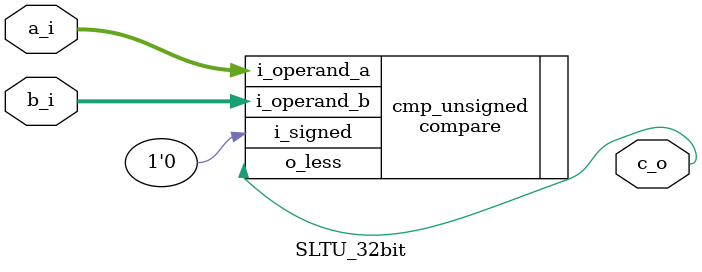
<source format=sv>
module SLTU_32bit (
    input logic [31:0] a_i,    // Operand A (rs1)
    input logic [31:0] b_i,    // Operand B (rs2)
    output logic c_o           // Kết quả (A < B với so sánh không dấu)
);

    // Gọi lại module compare với i_signed = 0 để so sánh không dấu
    compare cmp_unsigned (
        .i_operand_a(a_i),
        .i_operand_b(b_i),
        .i_signed(1'b0),        // So sánh không dấu
        .o_less(c_o)
    );

endmodule

</source>
